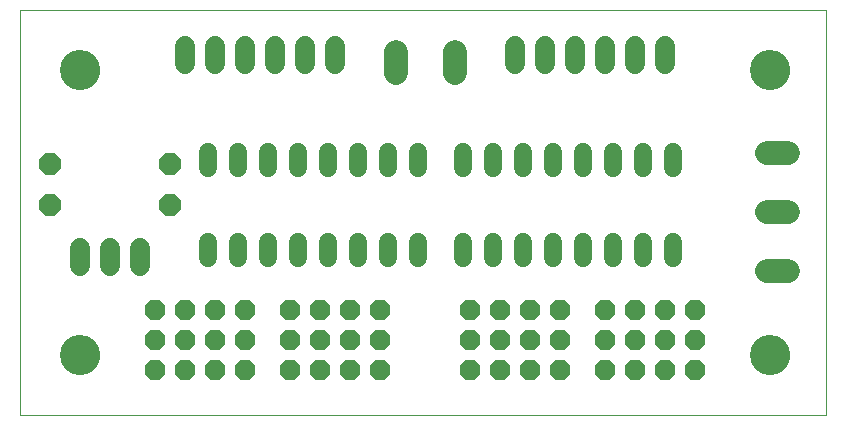
<source format=gts>
G75*
%MOIN*%
%OFA0B0*%
%FSLAX25Y25*%
%IPPOS*%
%LPD*%
%AMOC8*
5,1,8,0,0,1.08239X$1,22.5*
%
%ADD10C,0.00000*%
%ADD11C,0.06000*%
%ADD12C,0.06800*%
%ADD13OC8,0.06800*%
%ADD14OC8,0.07400*%
%ADD15C,0.13398*%
%ADD16C,0.07850*%
D10*
X0001800Y0001800D02*
X0001800Y0136761D01*
X0270501Y0136761D01*
X0270501Y0001800D01*
X0001800Y0001800D01*
X0015501Y0021800D02*
X0015503Y0021958D01*
X0015509Y0022116D01*
X0015519Y0022274D01*
X0015533Y0022432D01*
X0015551Y0022589D01*
X0015572Y0022746D01*
X0015598Y0022902D01*
X0015628Y0023058D01*
X0015661Y0023213D01*
X0015699Y0023366D01*
X0015740Y0023519D01*
X0015785Y0023671D01*
X0015834Y0023822D01*
X0015887Y0023971D01*
X0015943Y0024119D01*
X0016003Y0024265D01*
X0016067Y0024410D01*
X0016135Y0024553D01*
X0016206Y0024695D01*
X0016280Y0024835D01*
X0016358Y0024972D01*
X0016440Y0025108D01*
X0016524Y0025242D01*
X0016613Y0025373D01*
X0016704Y0025502D01*
X0016799Y0025629D01*
X0016896Y0025754D01*
X0016997Y0025876D01*
X0017101Y0025995D01*
X0017208Y0026112D01*
X0017318Y0026226D01*
X0017431Y0026337D01*
X0017546Y0026446D01*
X0017664Y0026551D01*
X0017785Y0026653D01*
X0017908Y0026753D01*
X0018034Y0026849D01*
X0018162Y0026942D01*
X0018292Y0027032D01*
X0018425Y0027118D01*
X0018560Y0027202D01*
X0018696Y0027281D01*
X0018835Y0027358D01*
X0018976Y0027430D01*
X0019118Y0027500D01*
X0019262Y0027565D01*
X0019408Y0027627D01*
X0019555Y0027685D01*
X0019704Y0027740D01*
X0019854Y0027791D01*
X0020005Y0027838D01*
X0020157Y0027881D01*
X0020310Y0027920D01*
X0020465Y0027956D01*
X0020620Y0027987D01*
X0020776Y0028015D01*
X0020932Y0028039D01*
X0021089Y0028059D01*
X0021247Y0028075D01*
X0021404Y0028087D01*
X0021563Y0028095D01*
X0021721Y0028099D01*
X0021879Y0028099D01*
X0022037Y0028095D01*
X0022196Y0028087D01*
X0022353Y0028075D01*
X0022511Y0028059D01*
X0022668Y0028039D01*
X0022824Y0028015D01*
X0022980Y0027987D01*
X0023135Y0027956D01*
X0023290Y0027920D01*
X0023443Y0027881D01*
X0023595Y0027838D01*
X0023746Y0027791D01*
X0023896Y0027740D01*
X0024045Y0027685D01*
X0024192Y0027627D01*
X0024338Y0027565D01*
X0024482Y0027500D01*
X0024624Y0027430D01*
X0024765Y0027358D01*
X0024904Y0027281D01*
X0025040Y0027202D01*
X0025175Y0027118D01*
X0025308Y0027032D01*
X0025438Y0026942D01*
X0025566Y0026849D01*
X0025692Y0026753D01*
X0025815Y0026653D01*
X0025936Y0026551D01*
X0026054Y0026446D01*
X0026169Y0026337D01*
X0026282Y0026226D01*
X0026392Y0026112D01*
X0026499Y0025995D01*
X0026603Y0025876D01*
X0026704Y0025754D01*
X0026801Y0025629D01*
X0026896Y0025502D01*
X0026987Y0025373D01*
X0027076Y0025242D01*
X0027160Y0025108D01*
X0027242Y0024972D01*
X0027320Y0024835D01*
X0027394Y0024695D01*
X0027465Y0024553D01*
X0027533Y0024410D01*
X0027597Y0024265D01*
X0027657Y0024119D01*
X0027713Y0023971D01*
X0027766Y0023822D01*
X0027815Y0023671D01*
X0027860Y0023519D01*
X0027901Y0023366D01*
X0027939Y0023213D01*
X0027972Y0023058D01*
X0028002Y0022902D01*
X0028028Y0022746D01*
X0028049Y0022589D01*
X0028067Y0022432D01*
X0028081Y0022274D01*
X0028091Y0022116D01*
X0028097Y0021958D01*
X0028099Y0021800D01*
X0028097Y0021642D01*
X0028091Y0021484D01*
X0028081Y0021326D01*
X0028067Y0021168D01*
X0028049Y0021011D01*
X0028028Y0020854D01*
X0028002Y0020698D01*
X0027972Y0020542D01*
X0027939Y0020387D01*
X0027901Y0020234D01*
X0027860Y0020081D01*
X0027815Y0019929D01*
X0027766Y0019778D01*
X0027713Y0019629D01*
X0027657Y0019481D01*
X0027597Y0019335D01*
X0027533Y0019190D01*
X0027465Y0019047D01*
X0027394Y0018905D01*
X0027320Y0018765D01*
X0027242Y0018628D01*
X0027160Y0018492D01*
X0027076Y0018358D01*
X0026987Y0018227D01*
X0026896Y0018098D01*
X0026801Y0017971D01*
X0026704Y0017846D01*
X0026603Y0017724D01*
X0026499Y0017605D01*
X0026392Y0017488D01*
X0026282Y0017374D01*
X0026169Y0017263D01*
X0026054Y0017154D01*
X0025936Y0017049D01*
X0025815Y0016947D01*
X0025692Y0016847D01*
X0025566Y0016751D01*
X0025438Y0016658D01*
X0025308Y0016568D01*
X0025175Y0016482D01*
X0025040Y0016398D01*
X0024904Y0016319D01*
X0024765Y0016242D01*
X0024624Y0016170D01*
X0024482Y0016100D01*
X0024338Y0016035D01*
X0024192Y0015973D01*
X0024045Y0015915D01*
X0023896Y0015860D01*
X0023746Y0015809D01*
X0023595Y0015762D01*
X0023443Y0015719D01*
X0023290Y0015680D01*
X0023135Y0015644D01*
X0022980Y0015613D01*
X0022824Y0015585D01*
X0022668Y0015561D01*
X0022511Y0015541D01*
X0022353Y0015525D01*
X0022196Y0015513D01*
X0022037Y0015505D01*
X0021879Y0015501D01*
X0021721Y0015501D01*
X0021563Y0015505D01*
X0021404Y0015513D01*
X0021247Y0015525D01*
X0021089Y0015541D01*
X0020932Y0015561D01*
X0020776Y0015585D01*
X0020620Y0015613D01*
X0020465Y0015644D01*
X0020310Y0015680D01*
X0020157Y0015719D01*
X0020005Y0015762D01*
X0019854Y0015809D01*
X0019704Y0015860D01*
X0019555Y0015915D01*
X0019408Y0015973D01*
X0019262Y0016035D01*
X0019118Y0016100D01*
X0018976Y0016170D01*
X0018835Y0016242D01*
X0018696Y0016319D01*
X0018560Y0016398D01*
X0018425Y0016482D01*
X0018292Y0016568D01*
X0018162Y0016658D01*
X0018034Y0016751D01*
X0017908Y0016847D01*
X0017785Y0016947D01*
X0017664Y0017049D01*
X0017546Y0017154D01*
X0017431Y0017263D01*
X0017318Y0017374D01*
X0017208Y0017488D01*
X0017101Y0017605D01*
X0016997Y0017724D01*
X0016896Y0017846D01*
X0016799Y0017971D01*
X0016704Y0018098D01*
X0016613Y0018227D01*
X0016524Y0018358D01*
X0016440Y0018492D01*
X0016358Y0018628D01*
X0016280Y0018765D01*
X0016206Y0018905D01*
X0016135Y0019047D01*
X0016067Y0019190D01*
X0016003Y0019335D01*
X0015943Y0019481D01*
X0015887Y0019629D01*
X0015834Y0019778D01*
X0015785Y0019929D01*
X0015740Y0020081D01*
X0015699Y0020234D01*
X0015661Y0020387D01*
X0015628Y0020542D01*
X0015598Y0020698D01*
X0015572Y0020854D01*
X0015551Y0021011D01*
X0015533Y0021168D01*
X0015519Y0021326D01*
X0015509Y0021484D01*
X0015503Y0021642D01*
X0015501Y0021800D01*
X0015501Y0116800D02*
X0015503Y0116958D01*
X0015509Y0117116D01*
X0015519Y0117274D01*
X0015533Y0117432D01*
X0015551Y0117589D01*
X0015572Y0117746D01*
X0015598Y0117902D01*
X0015628Y0118058D01*
X0015661Y0118213D01*
X0015699Y0118366D01*
X0015740Y0118519D01*
X0015785Y0118671D01*
X0015834Y0118822D01*
X0015887Y0118971D01*
X0015943Y0119119D01*
X0016003Y0119265D01*
X0016067Y0119410D01*
X0016135Y0119553D01*
X0016206Y0119695D01*
X0016280Y0119835D01*
X0016358Y0119972D01*
X0016440Y0120108D01*
X0016524Y0120242D01*
X0016613Y0120373D01*
X0016704Y0120502D01*
X0016799Y0120629D01*
X0016896Y0120754D01*
X0016997Y0120876D01*
X0017101Y0120995D01*
X0017208Y0121112D01*
X0017318Y0121226D01*
X0017431Y0121337D01*
X0017546Y0121446D01*
X0017664Y0121551D01*
X0017785Y0121653D01*
X0017908Y0121753D01*
X0018034Y0121849D01*
X0018162Y0121942D01*
X0018292Y0122032D01*
X0018425Y0122118D01*
X0018560Y0122202D01*
X0018696Y0122281D01*
X0018835Y0122358D01*
X0018976Y0122430D01*
X0019118Y0122500D01*
X0019262Y0122565D01*
X0019408Y0122627D01*
X0019555Y0122685D01*
X0019704Y0122740D01*
X0019854Y0122791D01*
X0020005Y0122838D01*
X0020157Y0122881D01*
X0020310Y0122920D01*
X0020465Y0122956D01*
X0020620Y0122987D01*
X0020776Y0123015D01*
X0020932Y0123039D01*
X0021089Y0123059D01*
X0021247Y0123075D01*
X0021404Y0123087D01*
X0021563Y0123095D01*
X0021721Y0123099D01*
X0021879Y0123099D01*
X0022037Y0123095D01*
X0022196Y0123087D01*
X0022353Y0123075D01*
X0022511Y0123059D01*
X0022668Y0123039D01*
X0022824Y0123015D01*
X0022980Y0122987D01*
X0023135Y0122956D01*
X0023290Y0122920D01*
X0023443Y0122881D01*
X0023595Y0122838D01*
X0023746Y0122791D01*
X0023896Y0122740D01*
X0024045Y0122685D01*
X0024192Y0122627D01*
X0024338Y0122565D01*
X0024482Y0122500D01*
X0024624Y0122430D01*
X0024765Y0122358D01*
X0024904Y0122281D01*
X0025040Y0122202D01*
X0025175Y0122118D01*
X0025308Y0122032D01*
X0025438Y0121942D01*
X0025566Y0121849D01*
X0025692Y0121753D01*
X0025815Y0121653D01*
X0025936Y0121551D01*
X0026054Y0121446D01*
X0026169Y0121337D01*
X0026282Y0121226D01*
X0026392Y0121112D01*
X0026499Y0120995D01*
X0026603Y0120876D01*
X0026704Y0120754D01*
X0026801Y0120629D01*
X0026896Y0120502D01*
X0026987Y0120373D01*
X0027076Y0120242D01*
X0027160Y0120108D01*
X0027242Y0119972D01*
X0027320Y0119835D01*
X0027394Y0119695D01*
X0027465Y0119553D01*
X0027533Y0119410D01*
X0027597Y0119265D01*
X0027657Y0119119D01*
X0027713Y0118971D01*
X0027766Y0118822D01*
X0027815Y0118671D01*
X0027860Y0118519D01*
X0027901Y0118366D01*
X0027939Y0118213D01*
X0027972Y0118058D01*
X0028002Y0117902D01*
X0028028Y0117746D01*
X0028049Y0117589D01*
X0028067Y0117432D01*
X0028081Y0117274D01*
X0028091Y0117116D01*
X0028097Y0116958D01*
X0028099Y0116800D01*
X0028097Y0116642D01*
X0028091Y0116484D01*
X0028081Y0116326D01*
X0028067Y0116168D01*
X0028049Y0116011D01*
X0028028Y0115854D01*
X0028002Y0115698D01*
X0027972Y0115542D01*
X0027939Y0115387D01*
X0027901Y0115234D01*
X0027860Y0115081D01*
X0027815Y0114929D01*
X0027766Y0114778D01*
X0027713Y0114629D01*
X0027657Y0114481D01*
X0027597Y0114335D01*
X0027533Y0114190D01*
X0027465Y0114047D01*
X0027394Y0113905D01*
X0027320Y0113765D01*
X0027242Y0113628D01*
X0027160Y0113492D01*
X0027076Y0113358D01*
X0026987Y0113227D01*
X0026896Y0113098D01*
X0026801Y0112971D01*
X0026704Y0112846D01*
X0026603Y0112724D01*
X0026499Y0112605D01*
X0026392Y0112488D01*
X0026282Y0112374D01*
X0026169Y0112263D01*
X0026054Y0112154D01*
X0025936Y0112049D01*
X0025815Y0111947D01*
X0025692Y0111847D01*
X0025566Y0111751D01*
X0025438Y0111658D01*
X0025308Y0111568D01*
X0025175Y0111482D01*
X0025040Y0111398D01*
X0024904Y0111319D01*
X0024765Y0111242D01*
X0024624Y0111170D01*
X0024482Y0111100D01*
X0024338Y0111035D01*
X0024192Y0110973D01*
X0024045Y0110915D01*
X0023896Y0110860D01*
X0023746Y0110809D01*
X0023595Y0110762D01*
X0023443Y0110719D01*
X0023290Y0110680D01*
X0023135Y0110644D01*
X0022980Y0110613D01*
X0022824Y0110585D01*
X0022668Y0110561D01*
X0022511Y0110541D01*
X0022353Y0110525D01*
X0022196Y0110513D01*
X0022037Y0110505D01*
X0021879Y0110501D01*
X0021721Y0110501D01*
X0021563Y0110505D01*
X0021404Y0110513D01*
X0021247Y0110525D01*
X0021089Y0110541D01*
X0020932Y0110561D01*
X0020776Y0110585D01*
X0020620Y0110613D01*
X0020465Y0110644D01*
X0020310Y0110680D01*
X0020157Y0110719D01*
X0020005Y0110762D01*
X0019854Y0110809D01*
X0019704Y0110860D01*
X0019555Y0110915D01*
X0019408Y0110973D01*
X0019262Y0111035D01*
X0019118Y0111100D01*
X0018976Y0111170D01*
X0018835Y0111242D01*
X0018696Y0111319D01*
X0018560Y0111398D01*
X0018425Y0111482D01*
X0018292Y0111568D01*
X0018162Y0111658D01*
X0018034Y0111751D01*
X0017908Y0111847D01*
X0017785Y0111947D01*
X0017664Y0112049D01*
X0017546Y0112154D01*
X0017431Y0112263D01*
X0017318Y0112374D01*
X0017208Y0112488D01*
X0017101Y0112605D01*
X0016997Y0112724D01*
X0016896Y0112846D01*
X0016799Y0112971D01*
X0016704Y0113098D01*
X0016613Y0113227D01*
X0016524Y0113358D01*
X0016440Y0113492D01*
X0016358Y0113628D01*
X0016280Y0113765D01*
X0016206Y0113905D01*
X0016135Y0114047D01*
X0016067Y0114190D01*
X0016003Y0114335D01*
X0015943Y0114481D01*
X0015887Y0114629D01*
X0015834Y0114778D01*
X0015785Y0114929D01*
X0015740Y0115081D01*
X0015699Y0115234D01*
X0015661Y0115387D01*
X0015628Y0115542D01*
X0015598Y0115698D01*
X0015572Y0115854D01*
X0015551Y0116011D01*
X0015533Y0116168D01*
X0015519Y0116326D01*
X0015509Y0116484D01*
X0015503Y0116642D01*
X0015501Y0116800D01*
X0245501Y0116800D02*
X0245503Y0116958D01*
X0245509Y0117116D01*
X0245519Y0117274D01*
X0245533Y0117432D01*
X0245551Y0117589D01*
X0245572Y0117746D01*
X0245598Y0117902D01*
X0245628Y0118058D01*
X0245661Y0118213D01*
X0245699Y0118366D01*
X0245740Y0118519D01*
X0245785Y0118671D01*
X0245834Y0118822D01*
X0245887Y0118971D01*
X0245943Y0119119D01*
X0246003Y0119265D01*
X0246067Y0119410D01*
X0246135Y0119553D01*
X0246206Y0119695D01*
X0246280Y0119835D01*
X0246358Y0119972D01*
X0246440Y0120108D01*
X0246524Y0120242D01*
X0246613Y0120373D01*
X0246704Y0120502D01*
X0246799Y0120629D01*
X0246896Y0120754D01*
X0246997Y0120876D01*
X0247101Y0120995D01*
X0247208Y0121112D01*
X0247318Y0121226D01*
X0247431Y0121337D01*
X0247546Y0121446D01*
X0247664Y0121551D01*
X0247785Y0121653D01*
X0247908Y0121753D01*
X0248034Y0121849D01*
X0248162Y0121942D01*
X0248292Y0122032D01*
X0248425Y0122118D01*
X0248560Y0122202D01*
X0248696Y0122281D01*
X0248835Y0122358D01*
X0248976Y0122430D01*
X0249118Y0122500D01*
X0249262Y0122565D01*
X0249408Y0122627D01*
X0249555Y0122685D01*
X0249704Y0122740D01*
X0249854Y0122791D01*
X0250005Y0122838D01*
X0250157Y0122881D01*
X0250310Y0122920D01*
X0250465Y0122956D01*
X0250620Y0122987D01*
X0250776Y0123015D01*
X0250932Y0123039D01*
X0251089Y0123059D01*
X0251247Y0123075D01*
X0251404Y0123087D01*
X0251563Y0123095D01*
X0251721Y0123099D01*
X0251879Y0123099D01*
X0252037Y0123095D01*
X0252196Y0123087D01*
X0252353Y0123075D01*
X0252511Y0123059D01*
X0252668Y0123039D01*
X0252824Y0123015D01*
X0252980Y0122987D01*
X0253135Y0122956D01*
X0253290Y0122920D01*
X0253443Y0122881D01*
X0253595Y0122838D01*
X0253746Y0122791D01*
X0253896Y0122740D01*
X0254045Y0122685D01*
X0254192Y0122627D01*
X0254338Y0122565D01*
X0254482Y0122500D01*
X0254624Y0122430D01*
X0254765Y0122358D01*
X0254904Y0122281D01*
X0255040Y0122202D01*
X0255175Y0122118D01*
X0255308Y0122032D01*
X0255438Y0121942D01*
X0255566Y0121849D01*
X0255692Y0121753D01*
X0255815Y0121653D01*
X0255936Y0121551D01*
X0256054Y0121446D01*
X0256169Y0121337D01*
X0256282Y0121226D01*
X0256392Y0121112D01*
X0256499Y0120995D01*
X0256603Y0120876D01*
X0256704Y0120754D01*
X0256801Y0120629D01*
X0256896Y0120502D01*
X0256987Y0120373D01*
X0257076Y0120242D01*
X0257160Y0120108D01*
X0257242Y0119972D01*
X0257320Y0119835D01*
X0257394Y0119695D01*
X0257465Y0119553D01*
X0257533Y0119410D01*
X0257597Y0119265D01*
X0257657Y0119119D01*
X0257713Y0118971D01*
X0257766Y0118822D01*
X0257815Y0118671D01*
X0257860Y0118519D01*
X0257901Y0118366D01*
X0257939Y0118213D01*
X0257972Y0118058D01*
X0258002Y0117902D01*
X0258028Y0117746D01*
X0258049Y0117589D01*
X0258067Y0117432D01*
X0258081Y0117274D01*
X0258091Y0117116D01*
X0258097Y0116958D01*
X0258099Y0116800D01*
X0258097Y0116642D01*
X0258091Y0116484D01*
X0258081Y0116326D01*
X0258067Y0116168D01*
X0258049Y0116011D01*
X0258028Y0115854D01*
X0258002Y0115698D01*
X0257972Y0115542D01*
X0257939Y0115387D01*
X0257901Y0115234D01*
X0257860Y0115081D01*
X0257815Y0114929D01*
X0257766Y0114778D01*
X0257713Y0114629D01*
X0257657Y0114481D01*
X0257597Y0114335D01*
X0257533Y0114190D01*
X0257465Y0114047D01*
X0257394Y0113905D01*
X0257320Y0113765D01*
X0257242Y0113628D01*
X0257160Y0113492D01*
X0257076Y0113358D01*
X0256987Y0113227D01*
X0256896Y0113098D01*
X0256801Y0112971D01*
X0256704Y0112846D01*
X0256603Y0112724D01*
X0256499Y0112605D01*
X0256392Y0112488D01*
X0256282Y0112374D01*
X0256169Y0112263D01*
X0256054Y0112154D01*
X0255936Y0112049D01*
X0255815Y0111947D01*
X0255692Y0111847D01*
X0255566Y0111751D01*
X0255438Y0111658D01*
X0255308Y0111568D01*
X0255175Y0111482D01*
X0255040Y0111398D01*
X0254904Y0111319D01*
X0254765Y0111242D01*
X0254624Y0111170D01*
X0254482Y0111100D01*
X0254338Y0111035D01*
X0254192Y0110973D01*
X0254045Y0110915D01*
X0253896Y0110860D01*
X0253746Y0110809D01*
X0253595Y0110762D01*
X0253443Y0110719D01*
X0253290Y0110680D01*
X0253135Y0110644D01*
X0252980Y0110613D01*
X0252824Y0110585D01*
X0252668Y0110561D01*
X0252511Y0110541D01*
X0252353Y0110525D01*
X0252196Y0110513D01*
X0252037Y0110505D01*
X0251879Y0110501D01*
X0251721Y0110501D01*
X0251563Y0110505D01*
X0251404Y0110513D01*
X0251247Y0110525D01*
X0251089Y0110541D01*
X0250932Y0110561D01*
X0250776Y0110585D01*
X0250620Y0110613D01*
X0250465Y0110644D01*
X0250310Y0110680D01*
X0250157Y0110719D01*
X0250005Y0110762D01*
X0249854Y0110809D01*
X0249704Y0110860D01*
X0249555Y0110915D01*
X0249408Y0110973D01*
X0249262Y0111035D01*
X0249118Y0111100D01*
X0248976Y0111170D01*
X0248835Y0111242D01*
X0248696Y0111319D01*
X0248560Y0111398D01*
X0248425Y0111482D01*
X0248292Y0111568D01*
X0248162Y0111658D01*
X0248034Y0111751D01*
X0247908Y0111847D01*
X0247785Y0111947D01*
X0247664Y0112049D01*
X0247546Y0112154D01*
X0247431Y0112263D01*
X0247318Y0112374D01*
X0247208Y0112488D01*
X0247101Y0112605D01*
X0246997Y0112724D01*
X0246896Y0112846D01*
X0246799Y0112971D01*
X0246704Y0113098D01*
X0246613Y0113227D01*
X0246524Y0113358D01*
X0246440Y0113492D01*
X0246358Y0113628D01*
X0246280Y0113765D01*
X0246206Y0113905D01*
X0246135Y0114047D01*
X0246067Y0114190D01*
X0246003Y0114335D01*
X0245943Y0114481D01*
X0245887Y0114629D01*
X0245834Y0114778D01*
X0245785Y0114929D01*
X0245740Y0115081D01*
X0245699Y0115234D01*
X0245661Y0115387D01*
X0245628Y0115542D01*
X0245598Y0115698D01*
X0245572Y0115854D01*
X0245551Y0116011D01*
X0245533Y0116168D01*
X0245519Y0116326D01*
X0245509Y0116484D01*
X0245503Y0116642D01*
X0245501Y0116800D01*
X0245501Y0021800D02*
X0245503Y0021958D01*
X0245509Y0022116D01*
X0245519Y0022274D01*
X0245533Y0022432D01*
X0245551Y0022589D01*
X0245572Y0022746D01*
X0245598Y0022902D01*
X0245628Y0023058D01*
X0245661Y0023213D01*
X0245699Y0023366D01*
X0245740Y0023519D01*
X0245785Y0023671D01*
X0245834Y0023822D01*
X0245887Y0023971D01*
X0245943Y0024119D01*
X0246003Y0024265D01*
X0246067Y0024410D01*
X0246135Y0024553D01*
X0246206Y0024695D01*
X0246280Y0024835D01*
X0246358Y0024972D01*
X0246440Y0025108D01*
X0246524Y0025242D01*
X0246613Y0025373D01*
X0246704Y0025502D01*
X0246799Y0025629D01*
X0246896Y0025754D01*
X0246997Y0025876D01*
X0247101Y0025995D01*
X0247208Y0026112D01*
X0247318Y0026226D01*
X0247431Y0026337D01*
X0247546Y0026446D01*
X0247664Y0026551D01*
X0247785Y0026653D01*
X0247908Y0026753D01*
X0248034Y0026849D01*
X0248162Y0026942D01*
X0248292Y0027032D01*
X0248425Y0027118D01*
X0248560Y0027202D01*
X0248696Y0027281D01*
X0248835Y0027358D01*
X0248976Y0027430D01*
X0249118Y0027500D01*
X0249262Y0027565D01*
X0249408Y0027627D01*
X0249555Y0027685D01*
X0249704Y0027740D01*
X0249854Y0027791D01*
X0250005Y0027838D01*
X0250157Y0027881D01*
X0250310Y0027920D01*
X0250465Y0027956D01*
X0250620Y0027987D01*
X0250776Y0028015D01*
X0250932Y0028039D01*
X0251089Y0028059D01*
X0251247Y0028075D01*
X0251404Y0028087D01*
X0251563Y0028095D01*
X0251721Y0028099D01*
X0251879Y0028099D01*
X0252037Y0028095D01*
X0252196Y0028087D01*
X0252353Y0028075D01*
X0252511Y0028059D01*
X0252668Y0028039D01*
X0252824Y0028015D01*
X0252980Y0027987D01*
X0253135Y0027956D01*
X0253290Y0027920D01*
X0253443Y0027881D01*
X0253595Y0027838D01*
X0253746Y0027791D01*
X0253896Y0027740D01*
X0254045Y0027685D01*
X0254192Y0027627D01*
X0254338Y0027565D01*
X0254482Y0027500D01*
X0254624Y0027430D01*
X0254765Y0027358D01*
X0254904Y0027281D01*
X0255040Y0027202D01*
X0255175Y0027118D01*
X0255308Y0027032D01*
X0255438Y0026942D01*
X0255566Y0026849D01*
X0255692Y0026753D01*
X0255815Y0026653D01*
X0255936Y0026551D01*
X0256054Y0026446D01*
X0256169Y0026337D01*
X0256282Y0026226D01*
X0256392Y0026112D01*
X0256499Y0025995D01*
X0256603Y0025876D01*
X0256704Y0025754D01*
X0256801Y0025629D01*
X0256896Y0025502D01*
X0256987Y0025373D01*
X0257076Y0025242D01*
X0257160Y0025108D01*
X0257242Y0024972D01*
X0257320Y0024835D01*
X0257394Y0024695D01*
X0257465Y0024553D01*
X0257533Y0024410D01*
X0257597Y0024265D01*
X0257657Y0024119D01*
X0257713Y0023971D01*
X0257766Y0023822D01*
X0257815Y0023671D01*
X0257860Y0023519D01*
X0257901Y0023366D01*
X0257939Y0023213D01*
X0257972Y0023058D01*
X0258002Y0022902D01*
X0258028Y0022746D01*
X0258049Y0022589D01*
X0258067Y0022432D01*
X0258081Y0022274D01*
X0258091Y0022116D01*
X0258097Y0021958D01*
X0258099Y0021800D01*
X0258097Y0021642D01*
X0258091Y0021484D01*
X0258081Y0021326D01*
X0258067Y0021168D01*
X0258049Y0021011D01*
X0258028Y0020854D01*
X0258002Y0020698D01*
X0257972Y0020542D01*
X0257939Y0020387D01*
X0257901Y0020234D01*
X0257860Y0020081D01*
X0257815Y0019929D01*
X0257766Y0019778D01*
X0257713Y0019629D01*
X0257657Y0019481D01*
X0257597Y0019335D01*
X0257533Y0019190D01*
X0257465Y0019047D01*
X0257394Y0018905D01*
X0257320Y0018765D01*
X0257242Y0018628D01*
X0257160Y0018492D01*
X0257076Y0018358D01*
X0256987Y0018227D01*
X0256896Y0018098D01*
X0256801Y0017971D01*
X0256704Y0017846D01*
X0256603Y0017724D01*
X0256499Y0017605D01*
X0256392Y0017488D01*
X0256282Y0017374D01*
X0256169Y0017263D01*
X0256054Y0017154D01*
X0255936Y0017049D01*
X0255815Y0016947D01*
X0255692Y0016847D01*
X0255566Y0016751D01*
X0255438Y0016658D01*
X0255308Y0016568D01*
X0255175Y0016482D01*
X0255040Y0016398D01*
X0254904Y0016319D01*
X0254765Y0016242D01*
X0254624Y0016170D01*
X0254482Y0016100D01*
X0254338Y0016035D01*
X0254192Y0015973D01*
X0254045Y0015915D01*
X0253896Y0015860D01*
X0253746Y0015809D01*
X0253595Y0015762D01*
X0253443Y0015719D01*
X0253290Y0015680D01*
X0253135Y0015644D01*
X0252980Y0015613D01*
X0252824Y0015585D01*
X0252668Y0015561D01*
X0252511Y0015541D01*
X0252353Y0015525D01*
X0252196Y0015513D01*
X0252037Y0015505D01*
X0251879Y0015501D01*
X0251721Y0015501D01*
X0251563Y0015505D01*
X0251404Y0015513D01*
X0251247Y0015525D01*
X0251089Y0015541D01*
X0250932Y0015561D01*
X0250776Y0015585D01*
X0250620Y0015613D01*
X0250465Y0015644D01*
X0250310Y0015680D01*
X0250157Y0015719D01*
X0250005Y0015762D01*
X0249854Y0015809D01*
X0249704Y0015860D01*
X0249555Y0015915D01*
X0249408Y0015973D01*
X0249262Y0016035D01*
X0249118Y0016100D01*
X0248976Y0016170D01*
X0248835Y0016242D01*
X0248696Y0016319D01*
X0248560Y0016398D01*
X0248425Y0016482D01*
X0248292Y0016568D01*
X0248162Y0016658D01*
X0248034Y0016751D01*
X0247908Y0016847D01*
X0247785Y0016947D01*
X0247664Y0017049D01*
X0247546Y0017154D01*
X0247431Y0017263D01*
X0247318Y0017374D01*
X0247208Y0017488D01*
X0247101Y0017605D01*
X0246997Y0017724D01*
X0246896Y0017846D01*
X0246799Y0017971D01*
X0246704Y0018098D01*
X0246613Y0018227D01*
X0246524Y0018358D01*
X0246440Y0018492D01*
X0246358Y0018628D01*
X0246280Y0018765D01*
X0246206Y0018905D01*
X0246135Y0019047D01*
X0246067Y0019190D01*
X0246003Y0019335D01*
X0245943Y0019481D01*
X0245887Y0019629D01*
X0245834Y0019778D01*
X0245785Y0019929D01*
X0245740Y0020081D01*
X0245699Y0020234D01*
X0245661Y0020387D01*
X0245628Y0020542D01*
X0245598Y0020698D01*
X0245572Y0020854D01*
X0245551Y0021011D01*
X0245533Y0021168D01*
X0245519Y0021326D01*
X0245509Y0021484D01*
X0245503Y0021642D01*
X0245501Y0021800D01*
D11*
X0219300Y0054200D02*
X0219300Y0059400D01*
X0209300Y0059400D02*
X0209300Y0054200D01*
X0199300Y0054200D02*
X0199300Y0059400D01*
X0189300Y0059400D02*
X0189300Y0054200D01*
X0179300Y0054200D02*
X0179300Y0059400D01*
X0169300Y0059400D02*
X0169300Y0054200D01*
X0159300Y0054200D02*
X0159300Y0059400D01*
X0149300Y0059400D02*
X0149300Y0054200D01*
X0134300Y0054200D02*
X0134300Y0059400D01*
X0124300Y0059400D02*
X0124300Y0054200D01*
X0114300Y0054200D02*
X0114300Y0059400D01*
X0104300Y0059400D02*
X0104300Y0054200D01*
X0094300Y0054200D02*
X0094300Y0059400D01*
X0084300Y0059400D02*
X0084300Y0054200D01*
X0074300Y0054200D02*
X0074300Y0059400D01*
X0064300Y0059400D02*
X0064300Y0054200D01*
X0064300Y0084200D02*
X0064300Y0089400D01*
X0074300Y0089400D02*
X0074300Y0084200D01*
X0084300Y0084200D02*
X0084300Y0089400D01*
X0094300Y0089400D02*
X0094300Y0084200D01*
X0104300Y0084200D02*
X0104300Y0089400D01*
X0114300Y0089400D02*
X0114300Y0084200D01*
X0124300Y0084200D02*
X0124300Y0089400D01*
X0134300Y0089400D02*
X0134300Y0084200D01*
X0149300Y0084200D02*
X0149300Y0089400D01*
X0159300Y0089400D02*
X0159300Y0084200D01*
X0169300Y0084200D02*
X0169300Y0089400D01*
X0179300Y0089400D02*
X0179300Y0084200D01*
X0189300Y0084200D02*
X0189300Y0089400D01*
X0199300Y0089400D02*
X0199300Y0084200D01*
X0209300Y0084200D02*
X0209300Y0089400D01*
X0219300Y0089400D02*
X0219300Y0084200D01*
D12*
X0216800Y0118800D02*
X0216800Y0124800D01*
X0206800Y0124800D02*
X0206800Y0118800D01*
X0196800Y0118800D02*
X0196800Y0124800D01*
X0186800Y0124800D02*
X0186800Y0118800D01*
X0176800Y0118800D02*
X0176800Y0124800D01*
X0166800Y0124800D02*
X0166800Y0118800D01*
X0106800Y0118800D02*
X0106800Y0124800D01*
X0096800Y0124800D02*
X0096800Y0118800D01*
X0086800Y0118800D02*
X0086800Y0124800D01*
X0076800Y0124800D02*
X0076800Y0118800D01*
X0066800Y0118800D02*
X0066800Y0124800D01*
X0056800Y0124800D02*
X0056800Y0118800D01*
X0041800Y0057300D02*
X0041800Y0051300D01*
X0031800Y0051300D02*
X0031800Y0057300D01*
X0021800Y0057300D02*
X0021800Y0051300D01*
D13*
X0046800Y0036800D03*
X0056800Y0036800D03*
X0066800Y0036800D03*
X0076800Y0036800D03*
X0091800Y0036800D03*
X0101800Y0036800D03*
X0111800Y0036800D03*
X0121800Y0036800D03*
X0121800Y0026800D03*
X0121800Y0026800D03*
X0111800Y0026800D03*
X0111800Y0026800D03*
X0101800Y0026800D03*
X0101800Y0026800D03*
X0091800Y0026800D03*
X0091800Y0026800D03*
X0076800Y0026800D03*
X0076800Y0026800D03*
X0066800Y0026800D03*
X0066800Y0026800D03*
X0056800Y0026800D03*
X0056800Y0026800D03*
X0046800Y0026800D03*
X0046800Y0026800D03*
X0046800Y0016800D03*
X0056800Y0016800D03*
X0066800Y0016800D03*
X0076800Y0016800D03*
X0091800Y0016800D03*
X0101800Y0016800D03*
X0111800Y0016800D03*
X0121800Y0016800D03*
X0151800Y0016800D03*
X0161800Y0016800D03*
X0171800Y0016800D03*
X0181800Y0016800D03*
X0196800Y0016800D03*
X0206800Y0016800D03*
X0216800Y0016800D03*
X0226800Y0016800D03*
X0226800Y0026800D03*
X0226800Y0026800D03*
X0216800Y0026800D03*
X0216800Y0026800D03*
X0206800Y0026800D03*
X0206800Y0026800D03*
X0196800Y0026800D03*
X0196800Y0026800D03*
X0181800Y0026800D03*
X0181800Y0026800D03*
X0171800Y0026800D03*
X0171800Y0026800D03*
X0161800Y0026800D03*
X0161800Y0026800D03*
X0151800Y0026800D03*
X0151800Y0026800D03*
X0151800Y0036800D03*
X0161800Y0036800D03*
X0171800Y0036800D03*
X0181800Y0036800D03*
X0196800Y0036800D03*
X0206800Y0036800D03*
X0216800Y0036800D03*
X0226800Y0036800D03*
D14*
X0051800Y0071800D03*
X0051800Y0085550D03*
X0011800Y0085550D03*
X0011800Y0071800D03*
D15*
X0021800Y0116800D03*
X0021800Y0021800D03*
X0251800Y0021800D03*
X0251800Y0116800D03*
D16*
X0250854Y0088985D02*
X0257904Y0088985D01*
X0257904Y0069300D02*
X0250854Y0069300D01*
X0250854Y0049615D02*
X0257904Y0049615D01*
X0146643Y0115775D02*
X0146643Y0122825D01*
X0126957Y0122825D02*
X0126957Y0115775D01*
M02*

</source>
